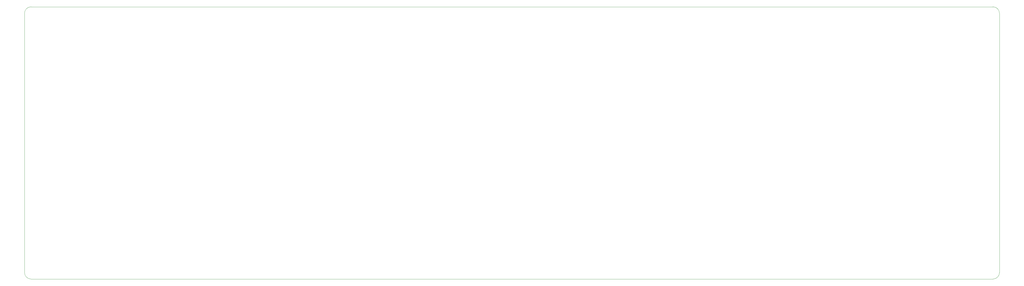
<source format=gm1>
G04 #@! TF.GenerationSoftware,KiCad,Pcbnew,(6.0.2)*
G04 #@! TF.CreationDate,2022-03-25T15:30:44+01:00*
G04 #@! TF.ProjectId,Frooastboard Walnut,46726f6f-6173-4746-926f-617264205761,rev?*
G04 #@! TF.SameCoordinates,Original*
G04 #@! TF.FileFunction,Profile,NP*
%FSLAX46Y46*%
G04 Gerber Fmt 4.6, Leading zero omitted, Abs format (unit mm)*
G04 Created by KiCad (PCBNEW (6.0.2)) date 2022-03-25 15:30:44*
%MOMM*%
%LPD*%
G01*
G04 APERTURE LIST*
G04 #@! TA.AperFunction,Profile*
%ADD10C,0.100000*%
G04 #@! TD*
G04 APERTURE END LIST*
D10*
X19050000Y-116681250D02*
X19050000Y-21431250D01*
X21431250Y-19050000D02*
G75*
G03*
X19050000Y-21431250I0J-2381250D01*
G01*
X19050000Y-116681250D02*
G75*
G03*
X21431250Y-119062500I2381250J0D01*
G01*
X21431250Y-19050000D02*
X373856250Y-19050000D01*
X376237500Y-21431250D02*
G75*
G03*
X373856250Y-19050000I-2381250J0D01*
G01*
X373856250Y-119062500D02*
G75*
G03*
X376237500Y-116681250I0J2381250D01*
G01*
X373856250Y-119062500D02*
X21431250Y-119062500D01*
X376237500Y-21431250D02*
X376237500Y-116681250D01*
M02*

</source>
